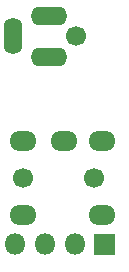
<source format=gbr>
%TF.GenerationSoftware,KiCad,Pcbnew,5.1.8*%
%TF.CreationDate,2020-12-26T21:24:44+01:00*%
%TF.ProjectId,kenwood-trrs,6b656e77-6f6f-4642-9d74-7272732e6b69,rev?*%
%TF.SameCoordinates,Original*%
%TF.FileFunction,Soldermask,Bot*%
%TF.FilePolarity,Negative*%
%FSLAX46Y46*%
G04 Gerber Fmt 4.6, Leading zero omitted, Abs format (unit mm)*
G04 Created by KiCad (PCBNEW 5.1.8) date 2020-12-26 21:24:44*
%MOMM*%
%LPD*%
G01*
G04 APERTURE LIST*
%ADD10C,1.700000*%
%ADD11O,2.300000X1.700000*%
%ADD12O,1.800000X1.800000*%
%ADD13O,3.100000X1.600000*%
%ADD14O,1.600000X3.100000*%
G04 APERTURE END LIST*
D10*
%TO.C,J3*%
X157100000Y-88800000D03*
X151100000Y-88800000D03*
D11*
X157800000Y-85650000D03*
X157800000Y-91950000D03*
X154600000Y-85650000D03*
X151100000Y-85650000D03*
X151100000Y-91950000D03*
%TD*%
D12*
%TO.C,J1*%
X150380000Y-94400000D03*
X152920000Y-94400000D03*
X155460000Y-94400000D03*
G36*
G01*
X157150000Y-93500000D02*
X158850000Y-93500000D01*
G75*
G02*
X158900000Y-93550000I0J-50000D01*
G01*
X158900000Y-95250000D01*
G75*
G02*
X158850000Y-95300000I-50000J0D01*
G01*
X157150000Y-95300000D01*
G75*
G02*
X157100000Y-95250000I0J50000D01*
G01*
X157100000Y-93550000D01*
G75*
G02*
X157150000Y-93500000I50000J0D01*
G01*
G37*
%TD*%
D10*
%TO.C,J2*%
X155600000Y-76800000D03*
D13*
X153300000Y-75050000D03*
X153300000Y-78550000D03*
D14*
X150200000Y-76800000D03*
%TD*%
M02*

</source>
